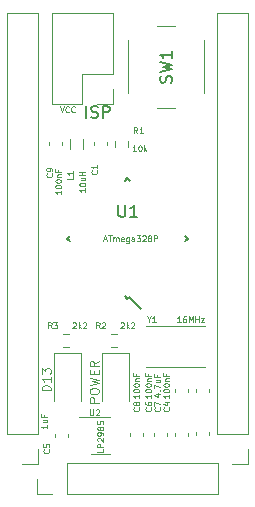
<source format=gbr>
%TF.GenerationSoftware,KiCad,Pcbnew,(6.0.7)*%
%TF.CreationDate,2023-06-10T06:11:36-04:00*%
%TF.ProjectId,atmega328pb_breakout,61746d65-6761-4333-9238-70625f627265,rev?*%
%TF.SameCoordinates,Original*%
%TF.FileFunction,Legend,Top*%
%TF.FilePolarity,Positive*%
%FSLAX46Y46*%
G04 Gerber Fmt 4.6, Leading zero omitted, Abs format (unit mm)*
G04 Created by KiCad (PCBNEW (6.0.7)) date 2023-06-10 06:11:36*
%MOMM*%
%LPD*%
G01*
G04 APERTURE LIST*
%ADD10C,0.075000*%
%ADD11C,0.150000*%
%ADD12C,0.100000*%
%ADD13C,0.120000*%
G04 APERTURE END LIST*
D10*
X104743333Y-52304190D02*
X104910000Y-52804190D01*
X105076666Y-52304190D01*
X105529047Y-52756571D02*
X105505238Y-52780380D01*
X105433809Y-52804190D01*
X105386190Y-52804190D01*
X105314761Y-52780380D01*
X105267142Y-52732761D01*
X105243333Y-52685142D01*
X105219523Y-52589904D01*
X105219523Y-52518476D01*
X105243333Y-52423238D01*
X105267142Y-52375619D01*
X105314761Y-52328000D01*
X105386190Y-52304190D01*
X105433809Y-52304190D01*
X105505238Y-52328000D01*
X105529047Y-52351809D01*
X106029047Y-52756571D02*
X106005238Y-52780380D01*
X105933809Y-52804190D01*
X105886190Y-52804190D01*
X105814761Y-52780380D01*
X105767142Y-52732761D01*
X105743333Y-52685142D01*
X105719523Y-52589904D01*
X105719523Y-52518476D01*
X105743333Y-52423238D01*
X105767142Y-52375619D01*
X105814761Y-52328000D01*
X105886190Y-52304190D01*
X105933809Y-52304190D01*
X106005238Y-52328000D01*
X106029047Y-52351809D01*
D11*
%TO.C,U1*%
X109728095Y-60666380D02*
X109728095Y-61475904D01*
X109775714Y-61571142D01*
X109823333Y-61618761D01*
X109918571Y-61666380D01*
X110109047Y-61666380D01*
X110204285Y-61618761D01*
X110251904Y-61571142D01*
X110299523Y-61475904D01*
X110299523Y-60666380D01*
X111299523Y-61666380D02*
X110728095Y-61666380D01*
X111013809Y-61666380D02*
X111013809Y-60666380D01*
X110918571Y-60809238D01*
X110823333Y-60904476D01*
X110728095Y-60952095D01*
D10*
X108470190Y-63583333D02*
X108708285Y-63583333D01*
X108422571Y-63726190D02*
X108589238Y-63226190D01*
X108755904Y-63726190D01*
X108851142Y-63226190D02*
X109136857Y-63226190D01*
X108994000Y-63726190D02*
X108994000Y-63226190D01*
X109303523Y-63726190D02*
X109303523Y-63392857D01*
X109303523Y-63440476D02*
X109327333Y-63416666D01*
X109374952Y-63392857D01*
X109446380Y-63392857D01*
X109494000Y-63416666D01*
X109517809Y-63464285D01*
X109517809Y-63726190D01*
X109517809Y-63464285D02*
X109541619Y-63416666D01*
X109589238Y-63392857D01*
X109660666Y-63392857D01*
X109708285Y-63416666D01*
X109732095Y-63464285D01*
X109732095Y-63726190D01*
X110160666Y-63702380D02*
X110113047Y-63726190D01*
X110017809Y-63726190D01*
X109970190Y-63702380D01*
X109946380Y-63654761D01*
X109946380Y-63464285D01*
X109970190Y-63416666D01*
X110017809Y-63392857D01*
X110113047Y-63392857D01*
X110160666Y-63416666D01*
X110184476Y-63464285D01*
X110184476Y-63511904D01*
X109946380Y-63559523D01*
X110613047Y-63392857D02*
X110613047Y-63797619D01*
X110589238Y-63845238D01*
X110565428Y-63869047D01*
X110517809Y-63892857D01*
X110446380Y-63892857D01*
X110398761Y-63869047D01*
X110613047Y-63702380D02*
X110565428Y-63726190D01*
X110470190Y-63726190D01*
X110422571Y-63702380D01*
X110398761Y-63678571D01*
X110374952Y-63630952D01*
X110374952Y-63488095D01*
X110398761Y-63440476D01*
X110422571Y-63416666D01*
X110470190Y-63392857D01*
X110565428Y-63392857D01*
X110613047Y-63416666D01*
X111065428Y-63726190D02*
X111065428Y-63464285D01*
X111041619Y-63416666D01*
X110994000Y-63392857D01*
X110898761Y-63392857D01*
X110851142Y-63416666D01*
X111065428Y-63702380D02*
X111017809Y-63726190D01*
X110898761Y-63726190D01*
X110851142Y-63702380D01*
X110827333Y-63654761D01*
X110827333Y-63607142D01*
X110851142Y-63559523D01*
X110898761Y-63535714D01*
X111017809Y-63535714D01*
X111065428Y-63511904D01*
X111255904Y-63226190D02*
X111565428Y-63226190D01*
X111398761Y-63416666D01*
X111470190Y-63416666D01*
X111517809Y-63440476D01*
X111541619Y-63464285D01*
X111565428Y-63511904D01*
X111565428Y-63630952D01*
X111541619Y-63678571D01*
X111517809Y-63702380D01*
X111470190Y-63726190D01*
X111327333Y-63726190D01*
X111279714Y-63702380D01*
X111255904Y-63678571D01*
X111755904Y-63273809D02*
X111779714Y-63250000D01*
X111827333Y-63226190D01*
X111946380Y-63226190D01*
X111994000Y-63250000D01*
X112017809Y-63273809D01*
X112041619Y-63321428D01*
X112041619Y-63369047D01*
X112017809Y-63440476D01*
X111732095Y-63726190D01*
X112041619Y-63726190D01*
X112327333Y-63440476D02*
X112279714Y-63416666D01*
X112255904Y-63392857D01*
X112232095Y-63345238D01*
X112232095Y-63321428D01*
X112255904Y-63273809D01*
X112279714Y-63250000D01*
X112327333Y-63226190D01*
X112422571Y-63226190D01*
X112470190Y-63250000D01*
X112494000Y-63273809D01*
X112517809Y-63321428D01*
X112517809Y-63345238D01*
X112494000Y-63392857D01*
X112470190Y-63416666D01*
X112422571Y-63440476D01*
X112327333Y-63440476D01*
X112279714Y-63464285D01*
X112255904Y-63488095D01*
X112232095Y-63535714D01*
X112232095Y-63630952D01*
X112255904Y-63678571D01*
X112279714Y-63702380D01*
X112327333Y-63726190D01*
X112422571Y-63726190D01*
X112470190Y-63702380D01*
X112494000Y-63678571D01*
X112517809Y-63630952D01*
X112517809Y-63535714D01*
X112494000Y-63488095D01*
X112470190Y-63464285D01*
X112422571Y-63440476D01*
X112732095Y-63726190D02*
X112732095Y-63226190D01*
X112922571Y-63226190D01*
X112970190Y-63250000D01*
X112994000Y-63273809D01*
X113017809Y-63321428D01*
X113017809Y-63392857D01*
X112994000Y-63440476D01*
X112970190Y-63464285D01*
X112922571Y-63488095D01*
X112732095Y-63488095D01*
%TO.C,Y1*%
X112283904Y-70346095D02*
X112283904Y-70584190D01*
X112117238Y-70084190D02*
X112283904Y-70346095D01*
X112450571Y-70084190D01*
X112879142Y-70584190D02*
X112593428Y-70584190D01*
X112736285Y-70584190D02*
X112736285Y-70084190D01*
X112688666Y-70155619D01*
X112641047Y-70203238D01*
X112593428Y-70227047D01*
X114978761Y-70584190D02*
X114693047Y-70584190D01*
X114835904Y-70584190D02*
X114835904Y-70084190D01*
X114788285Y-70155619D01*
X114740666Y-70203238D01*
X114693047Y-70227047D01*
X115407333Y-70084190D02*
X115312095Y-70084190D01*
X115264476Y-70108000D01*
X115240666Y-70131809D01*
X115193047Y-70203238D01*
X115169238Y-70298476D01*
X115169238Y-70488952D01*
X115193047Y-70536571D01*
X115216857Y-70560380D01*
X115264476Y-70584190D01*
X115359714Y-70584190D01*
X115407333Y-70560380D01*
X115431142Y-70536571D01*
X115454952Y-70488952D01*
X115454952Y-70369904D01*
X115431142Y-70322285D01*
X115407333Y-70298476D01*
X115359714Y-70274666D01*
X115264476Y-70274666D01*
X115216857Y-70298476D01*
X115193047Y-70322285D01*
X115169238Y-70369904D01*
X115669238Y-70584190D02*
X115669238Y-70084190D01*
X115835904Y-70441333D01*
X116002571Y-70084190D01*
X116002571Y-70584190D01*
X116240666Y-70584190D02*
X116240666Y-70084190D01*
X116240666Y-70322285D02*
X116526380Y-70322285D01*
X116526380Y-70584190D02*
X116526380Y-70084190D01*
X116716857Y-70250857D02*
X116978761Y-70250857D01*
X116716857Y-70584190D01*
X116978761Y-70584190D01*
%TO.C,U2*%
X107315047Y-77958190D02*
X107315047Y-78362952D01*
X107338857Y-78410571D01*
X107362666Y-78434380D01*
X107410285Y-78458190D01*
X107505523Y-78458190D01*
X107553142Y-78434380D01*
X107576952Y-78410571D01*
X107600761Y-78362952D01*
X107600761Y-77958190D01*
X107815047Y-78005809D02*
X107838857Y-77982000D01*
X107886476Y-77958190D01*
X108005523Y-77958190D01*
X108053142Y-77982000D01*
X108076952Y-78005809D01*
X108100761Y-78053428D01*
X108100761Y-78101047D01*
X108076952Y-78172476D01*
X107791238Y-78458190D01*
X108100761Y-78458190D01*
X108430190Y-81311619D02*
X108430190Y-81549714D01*
X107930190Y-81549714D01*
X108430190Y-81144952D02*
X107930190Y-81144952D01*
X107930190Y-80954476D01*
X107954000Y-80906857D01*
X107977809Y-80883047D01*
X108025428Y-80859238D01*
X108096857Y-80859238D01*
X108144476Y-80883047D01*
X108168285Y-80906857D01*
X108192095Y-80954476D01*
X108192095Y-81144952D01*
X107977809Y-80668761D02*
X107954000Y-80644952D01*
X107930190Y-80597333D01*
X107930190Y-80478285D01*
X107954000Y-80430666D01*
X107977809Y-80406857D01*
X108025428Y-80383047D01*
X108073047Y-80383047D01*
X108144476Y-80406857D01*
X108430190Y-80692571D01*
X108430190Y-80383047D01*
X108430190Y-80144952D02*
X108430190Y-80049714D01*
X108406380Y-80002095D01*
X108382571Y-79978285D01*
X108311142Y-79930666D01*
X108215904Y-79906857D01*
X108025428Y-79906857D01*
X107977809Y-79930666D01*
X107954000Y-79954476D01*
X107930190Y-80002095D01*
X107930190Y-80097333D01*
X107954000Y-80144952D01*
X107977809Y-80168761D01*
X108025428Y-80192571D01*
X108144476Y-80192571D01*
X108192095Y-80168761D01*
X108215904Y-80144952D01*
X108239714Y-80097333D01*
X108239714Y-80002095D01*
X108215904Y-79954476D01*
X108192095Y-79930666D01*
X108144476Y-79906857D01*
X108144476Y-79621142D02*
X108120666Y-79668761D01*
X108096857Y-79692571D01*
X108049238Y-79716380D01*
X108025428Y-79716380D01*
X107977809Y-79692571D01*
X107954000Y-79668761D01*
X107930190Y-79621142D01*
X107930190Y-79525904D01*
X107954000Y-79478285D01*
X107977809Y-79454476D01*
X108025428Y-79430666D01*
X108049238Y-79430666D01*
X108096857Y-79454476D01*
X108120666Y-79478285D01*
X108144476Y-79525904D01*
X108144476Y-79621142D01*
X108168285Y-79668761D01*
X108192095Y-79692571D01*
X108239714Y-79716380D01*
X108334952Y-79716380D01*
X108382571Y-79692571D01*
X108406380Y-79668761D01*
X108430190Y-79621142D01*
X108430190Y-79525904D01*
X108406380Y-79478285D01*
X108382571Y-79454476D01*
X108334952Y-79430666D01*
X108239714Y-79430666D01*
X108192095Y-79454476D01*
X108168285Y-79478285D01*
X108144476Y-79525904D01*
X107930190Y-78978285D02*
X107930190Y-79216380D01*
X108168285Y-79240190D01*
X108144476Y-79216380D01*
X108120666Y-79168761D01*
X108120666Y-79049714D01*
X108144476Y-79002095D01*
X108168285Y-78978285D01*
X108215904Y-78954476D01*
X108334952Y-78954476D01*
X108382571Y-78978285D01*
X108406380Y-79002095D01*
X108430190Y-79049714D01*
X108430190Y-79168761D01*
X108406380Y-79216380D01*
X108382571Y-79240190D01*
D11*
%TO.C,SW1*%
X114196761Y-50303333D02*
X114244380Y-50160476D01*
X114244380Y-49922380D01*
X114196761Y-49827142D01*
X114149142Y-49779523D01*
X114053904Y-49731904D01*
X113958666Y-49731904D01*
X113863428Y-49779523D01*
X113815809Y-49827142D01*
X113768190Y-49922380D01*
X113720571Y-50112857D01*
X113672952Y-50208095D01*
X113625333Y-50255714D01*
X113530095Y-50303333D01*
X113434857Y-50303333D01*
X113339619Y-50255714D01*
X113292000Y-50208095D01*
X113244380Y-50112857D01*
X113244380Y-49874761D01*
X113292000Y-49731904D01*
X113244380Y-49398571D02*
X114244380Y-49160476D01*
X113530095Y-48970000D01*
X114244380Y-48779523D01*
X113244380Y-48541428D01*
X114244380Y-47636666D02*
X114244380Y-48208095D01*
X114244380Y-47922380D02*
X113244380Y-47922380D01*
X113387238Y-48017619D01*
X113482476Y-48112857D01*
X113530095Y-48208095D01*
D10*
%TO.C,R3*%
X104056666Y-71092190D02*
X103890000Y-70854095D01*
X103770952Y-71092190D02*
X103770952Y-70592190D01*
X103961428Y-70592190D01*
X104009047Y-70616000D01*
X104032857Y-70639809D01*
X104056666Y-70687428D01*
X104056666Y-70758857D01*
X104032857Y-70806476D01*
X104009047Y-70830285D01*
X103961428Y-70854095D01*
X103770952Y-70854095D01*
X104223333Y-70592190D02*
X104532857Y-70592190D01*
X104366190Y-70782666D01*
X104437619Y-70782666D01*
X104485238Y-70806476D01*
X104509047Y-70830285D01*
X104532857Y-70877904D01*
X104532857Y-70996952D01*
X104509047Y-71044571D01*
X104485238Y-71068380D01*
X104437619Y-71092190D01*
X104294761Y-71092190D01*
X104247142Y-71068380D01*
X104223333Y-71044571D01*
X105842666Y-70639809D02*
X105866476Y-70616000D01*
X105914095Y-70592190D01*
X106033142Y-70592190D01*
X106080761Y-70616000D01*
X106104571Y-70639809D01*
X106128380Y-70687428D01*
X106128380Y-70735047D01*
X106104571Y-70806476D01*
X105818857Y-71092190D01*
X106128380Y-71092190D01*
X106342666Y-71092190D02*
X106342666Y-70592190D01*
X106390285Y-70901714D02*
X106533142Y-71092190D01*
X106533142Y-70758857D02*
X106342666Y-70949333D01*
X106723619Y-70639809D02*
X106747428Y-70616000D01*
X106795047Y-70592190D01*
X106914095Y-70592190D01*
X106961714Y-70616000D01*
X106985523Y-70639809D01*
X107009333Y-70687428D01*
X107009333Y-70735047D01*
X106985523Y-70806476D01*
X106699809Y-71092190D01*
X107009333Y-71092190D01*
%TO.C,R2*%
X108120666Y-71092190D02*
X107954000Y-70854095D01*
X107834952Y-71092190D02*
X107834952Y-70592190D01*
X108025428Y-70592190D01*
X108073047Y-70616000D01*
X108096857Y-70639809D01*
X108120666Y-70687428D01*
X108120666Y-70758857D01*
X108096857Y-70806476D01*
X108073047Y-70830285D01*
X108025428Y-70854095D01*
X107834952Y-70854095D01*
X108311142Y-70639809D02*
X108334952Y-70616000D01*
X108382571Y-70592190D01*
X108501619Y-70592190D01*
X108549238Y-70616000D01*
X108573047Y-70639809D01*
X108596857Y-70687428D01*
X108596857Y-70735047D01*
X108573047Y-70806476D01*
X108287333Y-71092190D01*
X108596857Y-71092190D01*
X109906666Y-70639809D02*
X109930476Y-70616000D01*
X109978095Y-70592190D01*
X110097142Y-70592190D01*
X110144761Y-70616000D01*
X110168571Y-70639809D01*
X110192380Y-70687428D01*
X110192380Y-70735047D01*
X110168571Y-70806476D01*
X109882857Y-71092190D01*
X110192380Y-71092190D01*
X110406666Y-71092190D02*
X110406666Y-70592190D01*
X110454285Y-70901714D02*
X110597142Y-71092190D01*
X110597142Y-70758857D02*
X110406666Y-70949333D01*
X110787619Y-70639809D02*
X110811428Y-70616000D01*
X110859047Y-70592190D01*
X110978095Y-70592190D01*
X111025714Y-70616000D01*
X111049523Y-70639809D01*
X111073333Y-70687428D01*
X111073333Y-70735047D01*
X111049523Y-70806476D01*
X110763809Y-71092190D01*
X111073333Y-71092190D01*
%TO.C,R1*%
X111328666Y-54582190D02*
X111162000Y-54344095D01*
X111042952Y-54582190D02*
X111042952Y-54082190D01*
X111233428Y-54082190D01*
X111281047Y-54106000D01*
X111304857Y-54129809D01*
X111328666Y-54177428D01*
X111328666Y-54248857D01*
X111304857Y-54296476D01*
X111281047Y-54320285D01*
X111233428Y-54344095D01*
X111042952Y-54344095D01*
X111804857Y-54582190D02*
X111519142Y-54582190D01*
X111662000Y-54582190D02*
X111662000Y-54082190D01*
X111614380Y-54153619D01*
X111566761Y-54201238D01*
X111519142Y-54225047D01*
X111208380Y-56106190D02*
X110922666Y-56106190D01*
X111065523Y-56106190D02*
X111065523Y-55606190D01*
X111017904Y-55677619D01*
X110970285Y-55725238D01*
X110922666Y-55749047D01*
X111517904Y-55606190D02*
X111565523Y-55606190D01*
X111613142Y-55630000D01*
X111636952Y-55653809D01*
X111660761Y-55701428D01*
X111684571Y-55796666D01*
X111684571Y-55915714D01*
X111660761Y-56010952D01*
X111636952Y-56058571D01*
X111613142Y-56082380D01*
X111565523Y-56106190D01*
X111517904Y-56106190D01*
X111470285Y-56082380D01*
X111446476Y-56058571D01*
X111422666Y-56010952D01*
X111398857Y-55915714D01*
X111398857Y-55796666D01*
X111422666Y-55701428D01*
X111446476Y-55653809D01*
X111470285Y-55630000D01*
X111517904Y-55606190D01*
X111898857Y-56106190D02*
X111898857Y-55606190D01*
X111946476Y-55915714D02*
X112089333Y-56106190D01*
X112089333Y-55772857D02*
X111898857Y-55963333D01*
%TO.C,L1*%
X105890190Y-58249333D02*
X105890190Y-58487428D01*
X105390190Y-58487428D01*
X105890190Y-57820761D02*
X105890190Y-58106476D01*
X105890190Y-57963619D02*
X105390190Y-57963619D01*
X105461619Y-58011238D01*
X105509238Y-58058857D01*
X105533047Y-58106476D01*
X106906190Y-59257333D02*
X106906190Y-59543047D01*
X106906190Y-59400190D02*
X106406190Y-59400190D01*
X106477619Y-59447809D01*
X106525238Y-59495428D01*
X106549047Y-59543047D01*
X106406190Y-58947809D02*
X106406190Y-58900190D01*
X106430000Y-58852571D01*
X106453809Y-58828761D01*
X106501428Y-58804952D01*
X106596666Y-58781142D01*
X106715714Y-58781142D01*
X106810952Y-58804952D01*
X106858571Y-58828761D01*
X106882380Y-58852571D01*
X106906190Y-58900190D01*
X106906190Y-58947809D01*
X106882380Y-58995428D01*
X106858571Y-59019238D01*
X106810952Y-59043047D01*
X106715714Y-59066857D01*
X106596666Y-59066857D01*
X106501428Y-59043047D01*
X106453809Y-59019238D01*
X106430000Y-58995428D01*
X106406190Y-58947809D01*
X106572857Y-58352571D02*
X106906190Y-58352571D01*
X106572857Y-58566857D02*
X106834761Y-58566857D01*
X106882380Y-58543047D01*
X106906190Y-58495428D01*
X106906190Y-58424000D01*
X106882380Y-58376380D01*
X106858571Y-58352571D01*
X106906190Y-58114476D02*
X106406190Y-58114476D01*
X106644285Y-58114476D02*
X106644285Y-57828761D01*
X106906190Y-57828761D02*
X106406190Y-57828761D01*
D11*
%TO.C,ISP*%
X106973809Y-53284380D02*
X106973809Y-52284380D01*
X107402380Y-53236761D02*
X107545238Y-53284380D01*
X107783333Y-53284380D01*
X107878571Y-53236761D01*
X107926190Y-53189142D01*
X107973809Y-53093904D01*
X107973809Y-52998666D01*
X107926190Y-52903428D01*
X107878571Y-52855809D01*
X107783333Y-52808190D01*
X107592857Y-52760571D01*
X107497619Y-52712952D01*
X107450000Y-52665333D01*
X107402380Y-52570095D01*
X107402380Y-52474857D01*
X107450000Y-52379619D01*
X107497619Y-52332000D01*
X107592857Y-52284380D01*
X107830952Y-52284380D01*
X107973809Y-52332000D01*
X108402380Y-53284380D02*
X108402380Y-52284380D01*
X108783333Y-52284380D01*
X108878571Y-52332000D01*
X108926190Y-52379619D01*
X108973809Y-52474857D01*
X108973809Y-52617714D01*
X108926190Y-52712952D01*
X108878571Y-52760571D01*
X108783333Y-52808190D01*
X108402380Y-52808190D01*
D12*
%TO.C,D13*%
X103971285Y-76348714D02*
X103221285Y-76348714D01*
X103221285Y-76170142D01*
X103257000Y-76063000D01*
X103328428Y-75991571D01*
X103399857Y-75955857D01*
X103542714Y-75920142D01*
X103649857Y-75920142D01*
X103792714Y-75955857D01*
X103864142Y-75991571D01*
X103935571Y-76063000D01*
X103971285Y-76170142D01*
X103971285Y-76348714D01*
X103971285Y-75205857D02*
X103971285Y-75634428D01*
X103971285Y-75420142D02*
X103221285Y-75420142D01*
X103328428Y-75491571D01*
X103399857Y-75563000D01*
X103435571Y-75634428D01*
X103221285Y-74955857D02*
X103221285Y-74491571D01*
X103507000Y-74741571D01*
X103507000Y-74634428D01*
X103542714Y-74563000D01*
X103578428Y-74527285D01*
X103649857Y-74491571D01*
X103828428Y-74491571D01*
X103899857Y-74527285D01*
X103935571Y-74563000D01*
X103971285Y-74634428D01*
X103971285Y-74848714D01*
X103935571Y-74920142D01*
X103899857Y-74955857D01*
%TO.C,POWER*%
X108035285Y-77387642D02*
X107285285Y-77387642D01*
X107285285Y-77101928D01*
X107321000Y-77030500D01*
X107356714Y-76994785D01*
X107428142Y-76959071D01*
X107535285Y-76959071D01*
X107606714Y-76994785D01*
X107642428Y-77030500D01*
X107678142Y-77101928D01*
X107678142Y-77387642D01*
X107285285Y-76494785D02*
X107285285Y-76351928D01*
X107321000Y-76280500D01*
X107392428Y-76209071D01*
X107535285Y-76173357D01*
X107785285Y-76173357D01*
X107928142Y-76209071D01*
X107999571Y-76280500D01*
X108035285Y-76351928D01*
X108035285Y-76494785D01*
X107999571Y-76566214D01*
X107928142Y-76637642D01*
X107785285Y-76673357D01*
X107535285Y-76673357D01*
X107392428Y-76637642D01*
X107321000Y-76566214D01*
X107285285Y-76494785D01*
X107285285Y-75923357D02*
X108035285Y-75744785D01*
X107499571Y-75601928D01*
X108035285Y-75459071D01*
X107285285Y-75280500D01*
X107642428Y-74994785D02*
X107642428Y-74744785D01*
X108035285Y-74637642D02*
X108035285Y-74994785D01*
X107285285Y-74994785D01*
X107285285Y-74637642D01*
X108035285Y-73887642D02*
X107678142Y-74137642D01*
X108035285Y-74316214D02*
X107285285Y-74316214D01*
X107285285Y-74030500D01*
X107321000Y-73959071D01*
X107356714Y-73923357D01*
X107428142Y-73887642D01*
X107535285Y-73887642D01*
X107606714Y-73923357D01*
X107642428Y-73959071D01*
X107678142Y-74030500D01*
X107678142Y-74316214D01*
D10*
%TO.C,C9*%
X104064571Y-57995333D02*
X104088380Y-58019142D01*
X104112190Y-58090571D01*
X104112190Y-58138190D01*
X104088380Y-58209619D01*
X104040761Y-58257238D01*
X103993142Y-58281047D01*
X103897904Y-58304857D01*
X103826476Y-58304857D01*
X103731238Y-58281047D01*
X103683619Y-58257238D01*
X103636000Y-58209619D01*
X103612190Y-58138190D01*
X103612190Y-58090571D01*
X103636000Y-58019142D01*
X103659809Y-57995333D01*
X104112190Y-57757238D02*
X104112190Y-57662000D01*
X104088380Y-57614380D01*
X104064571Y-57590571D01*
X103993142Y-57542952D01*
X103897904Y-57519142D01*
X103707428Y-57519142D01*
X103659809Y-57542952D01*
X103636000Y-57566761D01*
X103612190Y-57614380D01*
X103612190Y-57709619D01*
X103636000Y-57757238D01*
X103659809Y-57781047D01*
X103707428Y-57804857D01*
X103826476Y-57804857D01*
X103874095Y-57781047D01*
X103897904Y-57757238D01*
X103921714Y-57709619D01*
X103921714Y-57614380D01*
X103897904Y-57566761D01*
X103874095Y-57542952D01*
X103826476Y-57519142D01*
X104874190Y-59447809D02*
X104874190Y-59733523D01*
X104874190Y-59590666D02*
X104374190Y-59590666D01*
X104445619Y-59638285D01*
X104493238Y-59685904D01*
X104517047Y-59733523D01*
X104374190Y-59138285D02*
X104374190Y-59090666D01*
X104398000Y-59043047D01*
X104421809Y-59019238D01*
X104469428Y-58995428D01*
X104564666Y-58971619D01*
X104683714Y-58971619D01*
X104778952Y-58995428D01*
X104826571Y-59019238D01*
X104850380Y-59043047D01*
X104874190Y-59090666D01*
X104874190Y-59138285D01*
X104850380Y-59185904D01*
X104826571Y-59209714D01*
X104778952Y-59233523D01*
X104683714Y-59257333D01*
X104564666Y-59257333D01*
X104469428Y-59233523D01*
X104421809Y-59209714D01*
X104398000Y-59185904D01*
X104374190Y-59138285D01*
X104374190Y-58662095D02*
X104374190Y-58614476D01*
X104398000Y-58566857D01*
X104421809Y-58543047D01*
X104469428Y-58519238D01*
X104564666Y-58495428D01*
X104683714Y-58495428D01*
X104778952Y-58519238D01*
X104826571Y-58543047D01*
X104850380Y-58566857D01*
X104874190Y-58614476D01*
X104874190Y-58662095D01*
X104850380Y-58709714D01*
X104826571Y-58733523D01*
X104778952Y-58757333D01*
X104683714Y-58781142D01*
X104564666Y-58781142D01*
X104469428Y-58757333D01*
X104421809Y-58733523D01*
X104398000Y-58709714D01*
X104374190Y-58662095D01*
X104540857Y-58281142D02*
X104874190Y-58281142D01*
X104588476Y-58281142D02*
X104564666Y-58257333D01*
X104540857Y-58209714D01*
X104540857Y-58138285D01*
X104564666Y-58090666D01*
X104612285Y-58066857D01*
X104874190Y-58066857D01*
X104612285Y-57662095D02*
X104612285Y-57828761D01*
X104874190Y-57828761D02*
X104374190Y-57828761D01*
X104374190Y-57590666D01*
%TO.C,C8*%
X111430571Y-77807333D02*
X111454380Y-77831142D01*
X111478190Y-77902571D01*
X111478190Y-77950190D01*
X111454380Y-78021619D01*
X111406761Y-78069238D01*
X111359142Y-78093047D01*
X111263904Y-78116857D01*
X111192476Y-78116857D01*
X111097238Y-78093047D01*
X111049619Y-78069238D01*
X111002000Y-78021619D01*
X110978190Y-77950190D01*
X110978190Y-77902571D01*
X111002000Y-77831142D01*
X111025809Y-77807333D01*
X111192476Y-77521619D02*
X111168666Y-77569238D01*
X111144857Y-77593047D01*
X111097238Y-77616857D01*
X111073428Y-77616857D01*
X111025809Y-77593047D01*
X111002000Y-77569238D01*
X110978190Y-77521619D01*
X110978190Y-77426380D01*
X111002000Y-77378761D01*
X111025809Y-77354952D01*
X111073428Y-77331142D01*
X111097238Y-77331142D01*
X111144857Y-77354952D01*
X111168666Y-77378761D01*
X111192476Y-77426380D01*
X111192476Y-77521619D01*
X111216285Y-77569238D01*
X111240095Y-77593047D01*
X111287714Y-77616857D01*
X111382952Y-77616857D01*
X111430571Y-77593047D01*
X111454380Y-77569238D01*
X111478190Y-77521619D01*
X111478190Y-77426380D01*
X111454380Y-77378761D01*
X111430571Y-77354952D01*
X111382952Y-77331142D01*
X111287714Y-77331142D01*
X111240095Y-77354952D01*
X111216285Y-77378761D01*
X111192476Y-77426380D01*
X112494190Y-76719809D02*
X112494190Y-77005523D01*
X112494190Y-76862666D02*
X111994190Y-76862666D01*
X112065619Y-76910285D01*
X112113238Y-76957904D01*
X112137047Y-77005523D01*
X111994190Y-76410285D02*
X111994190Y-76362666D01*
X112018000Y-76315047D01*
X112041809Y-76291238D01*
X112089428Y-76267428D01*
X112184666Y-76243619D01*
X112303714Y-76243619D01*
X112398952Y-76267428D01*
X112446571Y-76291238D01*
X112470380Y-76315047D01*
X112494190Y-76362666D01*
X112494190Y-76410285D01*
X112470380Y-76457904D01*
X112446571Y-76481714D01*
X112398952Y-76505523D01*
X112303714Y-76529333D01*
X112184666Y-76529333D01*
X112089428Y-76505523D01*
X112041809Y-76481714D01*
X112018000Y-76457904D01*
X111994190Y-76410285D01*
X111994190Y-75934095D02*
X111994190Y-75886476D01*
X112018000Y-75838857D01*
X112041809Y-75815047D01*
X112089428Y-75791238D01*
X112184666Y-75767428D01*
X112303714Y-75767428D01*
X112398952Y-75791238D01*
X112446571Y-75815047D01*
X112470380Y-75838857D01*
X112494190Y-75886476D01*
X112494190Y-75934095D01*
X112470380Y-75981714D01*
X112446571Y-76005523D01*
X112398952Y-76029333D01*
X112303714Y-76053142D01*
X112184666Y-76053142D01*
X112089428Y-76029333D01*
X112041809Y-76005523D01*
X112018000Y-75981714D01*
X111994190Y-75934095D01*
X112160857Y-75553142D02*
X112494190Y-75553142D01*
X112208476Y-75553142D02*
X112184666Y-75529333D01*
X112160857Y-75481714D01*
X112160857Y-75410285D01*
X112184666Y-75362666D01*
X112232285Y-75338857D01*
X112494190Y-75338857D01*
X112232285Y-74934095D02*
X112232285Y-75100761D01*
X112494190Y-75100761D02*
X111994190Y-75100761D01*
X111994190Y-74862666D01*
%TO.C,C7*%
X113208571Y-77807333D02*
X113232380Y-77831142D01*
X113256190Y-77902571D01*
X113256190Y-77950190D01*
X113232380Y-78021619D01*
X113184761Y-78069238D01*
X113137142Y-78093047D01*
X113041904Y-78116857D01*
X112970476Y-78116857D01*
X112875238Y-78093047D01*
X112827619Y-78069238D01*
X112780000Y-78021619D01*
X112756190Y-77950190D01*
X112756190Y-77902571D01*
X112780000Y-77831142D01*
X112803809Y-77807333D01*
X112756190Y-77640666D02*
X112756190Y-77307333D01*
X113256190Y-77521619D01*
X112922857Y-76648380D02*
X113256190Y-76648380D01*
X112732380Y-76767428D02*
X113089523Y-76886476D01*
X113089523Y-76576952D01*
X113208571Y-76386476D02*
X113232380Y-76362666D01*
X113256190Y-76386476D01*
X113232380Y-76410285D01*
X113208571Y-76386476D01*
X113256190Y-76386476D01*
X112756190Y-76196000D02*
X112756190Y-75862666D01*
X113256190Y-76076952D01*
X112922857Y-75457904D02*
X113256190Y-75457904D01*
X112922857Y-75672190D02*
X113184761Y-75672190D01*
X113232380Y-75648380D01*
X113256190Y-75600761D01*
X113256190Y-75529333D01*
X113232380Y-75481714D01*
X113208571Y-75457904D01*
X112994285Y-75053142D02*
X112994285Y-75219809D01*
X113256190Y-75219809D02*
X112756190Y-75219809D01*
X112756190Y-74981714D01*
%TO.C,C6*%
X112446571Y-77807333D02*
X112470380Y-77831142D01*
X112494190Y-77902571D01*
X112494190Y-77950190D01*
X112470380Y-78021619D01*
X112422761Y-78069238D01*
X112375142Y-78093047D01*
X112279904Y-78116857D01*
X112208476Y-78116857D01*
X112113238Y-78093047D01*
X112065619Y-78069238D01*
X112018000Y-78021619D01*
X111994190Y-77950190D01*
X111994190Y-77902571D01*
X112018000Y-77831142D01*
X112041809Y-77807333D01*
X111994190Y-77378761D02*
X111994190Y-77474000D01*
X112018000Y-77521619D01*
X112041809Y-77545428D01*
X112113238Y-77593047D01*
X112208476Y-77616857D01*
X112398952Y-77616857D01*
X112446571Y-77593047D01*
X112470380Y-77569238D01*
X112494190Y-77521619D01*
X112494190Y-77426380D01*
X112470380Y-77378761D01*
X112446571Y-77354952D01*
X112398952Y-77331142D01*
X112279904Y-77331142D01*
X112232285Y-77354952D01*
X112208476Y-77378761D01*
X112184666Y-77426380D01*
X112184666Y-77521619D01*
X112208476Y-77569238D01*
X112232285Y-77593047D01*
X112279904Y-77616857D01*
X111478190Y-76719809D02*
X111478190Y-77005523D01*
X111478190Y-76862666D02*
X110978190Y-76862666D01*
X111049619Y-76910285D01*
X111097238Y-76957904D01*
X111121047Y-77005523D01*
X110978190Y-76410285D02*
X110978190Y-76362666D01*
X111002000Y-76315047D01*
X111025809Y-76291238D01*
X111073428Y-76267428D01*
X111168666Y-76243619D01*
X111287714Y-76243619D01*
X111382952Y-76267428D01*
X111430571Y-76291238D01*
X111454380Y-76315047D01*
X111478190Y-76362666D01*
X111478190Y-76410285D01*
X111454380Y-76457904D01*
X111430571Y-76481714D01*
X111382952Y-76505523D01*
X111287714Y-76529333D01*
X111168666Y-76529333D01*
X111073428Y-76505523D01*
X111025809Y-76481714D01*
X111002000Y-76457904D01*
X110978190Y-76410285D01*
X110978190Y-75934095D02*
X110978190Y-75886476D01*
X111002000Y-75838857D01*
X111025809Y-75815047D01*
X111073428Y-75791238D01*
X111168666Y-75767428D01*
X111287714Y-75767428D01*
X111382952Y-75791238D01*
X111430571Y-75815047D01*
X111454380Y-75838857D01*
X111478190Y-75886476D01*
X111478190Y-75934095D01*
X111454380Y-75981714D01*
X111430571Y-76005523D01*
X111382952Y-76029333D01*
X111287714Y-76053142D01*
X111168666Y-76053142D01*
X111073428Y-76029333D01*
X111025809Y-76005523D01*
X111002000Y-75981714D01*
X110978190Y-75934095D01*
X111144857Y-75553142D02*
X111478190Y-75553142D01*
X111192476Y-75553142D02*
X111168666Y-75529333D01*
X111144857Y-75481714D01*
X111144857Y-75410285D01*
X111168666Y-75362666D01*
X111216285Y-75338857D01*
X111478190Y-75338857D01*
X111216285Y-74934095D02*
X111216285Y-75100761D01*
X111478190Y-75100761D02*
X110978190Y-75100761D01*
X110978190Y-74862666D01*
%TO.C,C5*%
X103810571Y-81363333D02*
X103834380Y-81387142D01*
X103858190Y-81458571D01*
X103858190Y-81506190D01*
X103834380Y-81577619D01*
X103786761Y-81625238D01*
X103739142Y-81649047D01*
X103643904Y-81672857D01*
X103572476Y-81672857D01*
X103477238Y-81649047D01*
X103429619Y-81625238D01*
X103382000Y-81577619D01*
X103358190Y-81506190D01*
X103358190Y-81458571D01*
X103382000Y-81387142D01*
X103405809Y-81363333D01*
X103358190Y-80910952D02*
X103358190Y-81149047D01*
X103596285Y-81172857D01*
X103572476Y-81149047D01*
X103548666Y-81101428D01*
X103548666Y-80982380D01*
X103572476Y-80934761D01*
X103596285Y-80910952D01*
X103643904Y-80887142D01*
X103762952Y-80887142D01*
X103810571Y-80910952D01*
X103834380Y-80934761D01*
X103858190Y-80982380D01*
X103858190Y-81101428D01*
X103834380Y-81149047D01*
X103810571Y-81172857D01*
X103698190Y-79291619D02*
X103698190Y-79577333D01*
X103698190Y-79434476D02*
X103198190Y-79434476D01*
X103269619Y-79482095D01*
X103317238Y-79529714D01*
X103341047Y-79577333D01*
X103364857Y-78863047D02*
X103698190Y-78863047D01*
X103364857Y-79077333D02*
X103626761Y-79077333D01*
X103674380Y-79053523D01*
X103698190Y-79005904D01*
X103698190Y-78934476D01*
X103674380Y-78886857D01*
X103650571Y-78863047D01*
X103436285Y-78458285D02*
X103436285Y-78624952D01*
X103698190Y-78624952D02*
X103198190Y-78624952D01*
X103198190Y-78386857D01*
%TO.C,C4*%
X113970571Y-77807333D02*
X113994380Y-77831142D01*
X114018190Y-77902571D01*
X114018190Y-77950190D01*
X113994380Y-78021619D01*
X113946761Y-78069238D01*
X113899142Y-78093047D01*
X113803904Y-78116857D01*
X113732476Y-78116857D01*
X113637238Y-78093047D01*
X113589619Y-78069238D01*
X113542000Y-78021619D01*
X113518190Y-77950190D01*
X113518190Y-77902571D01*
X113542000Y-77831142D01*
X113565809Y-77807333D01*
X113684857Y-77378761D02*
X114018190Y-77378761D01*
X113494380Y-77497809D02*
X113851523Y-77616857D01*
X113851523Y-77307333D01*
X114018190Y-76719809D02*
X114018190Y-77005523D01*
X114018190Y-76862666D02*
X113518190Y-76862666D01*
X113589619Y-76910285D01*
X113637238Y-76957904D01*
X113661047Y-77005523D01*
X113518190Y-76410285D02*
X113518190Y-76362666D01*
X113542000Y-76315047D01*
X113565809Y-76291238D01*
X113613428Y-76267428D01*
X113708666Y-76243619D01*
X113827714Y-76243619D01*
X113922952Y-76267428D01*
X113970571Y-76291238D01*
X113994380Y-76315047D01*
X114018190Y-76362666D01*
X114018190Y-76410285D01*
X113994380Y-76457904D01*
X113970571Y-76481714D01*
X113922952Y-76505523D01*
X113827714Y-76529333D01*
X113708666Y-76529333D01*
X113613428Y-76505523D01*
X113565809Y-76481714D01*
X113542000Y-76457904D01*
X113518190Y-76410285D01*
X113518190Y-75934095D02*
X113518190Y-75886476D01*
X113542000Y-75838857D01*
X113565809Y-75815047D01*
X113613428Y-75791238D01*
X113708666Y-75767428D01*
X113827714Y-75767428D01*
X113922952Y-75791238D01*
X113970571Y-75815047D01*
X113994380Y-75838857D01*
X114018190Y-75886476D01*
X114018190Y-75934095D01*
X113994380Y-75981714D01*
X113970571Y-76005523D01*
X113922952Y-76029333D01*
X113827714Y-76053142D01*
X113708666Y-76053142D01*
X113613428Y-76029333D01*
X113565809Y-76005523D01*
X113542000Y-75981714D01*
X113518190Y-75934095D01*
X113684857Y-75553142D02*
X114018190Y-75553142D01*
X113732476Y-75553142D02*
X113708666Y-75529333D01*
X113684857Y-75481714D01*
X113684857Y-75410285D01*
X113708666Y-75362666D01*
X113756285Y-75338857D01*
X114018190Y-75338857D01*
X113756285Y-74934095D02*
X113756285Y-75100761D01*
X114018190Y-75100761D02*
X113518190Y-75100761D01*
X113518190Y-74862666D01*
%TO.C,C1*%
X107874571Y-57741333D02*
X107898380Y-57765142D01*
X107922190Y-57836571D01*
X107922190Y-57884190D01*
X107898380Y-57955619D01*
X107850761Y-58003238D01*
X107803142Y-58027047D01*
X107707904Y-58050857D01*
X107636476Y-58050857D01*
X107541238Y-58027047D01*
X107493619Y-58003238D01*
X107446000Y-57955619D01*
X107422190Y-57884190D01*
X107422190Y-57836571D01*
X107446000Y-57765142D01*
X107469809Y-57741333D01*
X107922190Y-57265142D02*
X107922190Y-57550857D01*
X107922190Y-57408000D02*
X107422190Y-57408000D01*
X107493619Y-57455619D01*
X107541238Y-57503238D01*
X107565047Y-57550857D01*
D11*
%TO.C,U1*%
X115616524Y-63500000D02*
X115386714Y-63270190D01*
X110490000Y-68626524D02*
X110649099Y-68467425D01*
X110490000Y-68626524D02*
X110260190Y-68396714D01*
X105363476Y-63500000D02*
X105593286Y-63729810D01*
X105363476Y-63500000D02*
X105593286Y-63270190D01*
X110490000Y-58373476D02*
X110260190Y-58603286D01*
X110490000Y-58373476D02*
X110719810Y-58603286D01*
X115616524Y-63500000D02*
X115386714Y-63729810D01*
X110649099Y-68467425D02*
X111656726Y-69475052D01*
D13*
%TO.C,Y1*%
X112054000Y-74354000D02*
X117054000Y-74354000D01*
X112054000Y-70934000D02*
X117054000Y-70934000D01*
%TO.C,U2*%
X108204000Y-81758000D02*
X107404000Y-81758000D01*
X108204000Y-78638000D02*
X106404000Y-78638000D01*
X108204000Y-78638000D02*
X109004000Y-78638000D01*
X108204000Y-81758000D02*
X109004000Y-81758000D01*
%TO.C,SW1*%
X114506000Y-45470000D02*
X113006000Y-45470000D01*
X110506000Y-46720000D02*
X110506000Y-51220000D01*
X113006000Y-52470000D02*
X114506000Y-52470000D01*
X117006000Y-51220000D02*
X117006000Y-46720000D01*
%TO.C,R3*%
X105051776Y-71613500D02*
X105561224Y-71613500D01*
X105051776Y-72658500D02*
X105561224Y-72658500D01*
%TO.C,R2*%
X109625224Y-72658500D02*
X109115776Y-72658500D01*
X109625224Y-71613500D02*
X109115776Y-71613500D01*
%TO.C,R1*%
X110504500Y-55267776D02*
X110504500Y-55777224D01*
X109459500Y-55267776D02*
X109459500Y-55777224D01*
%TO.C,L1*%
X106732000Y-55095758D02*
X106732000Y-55916242D01*
X105612000Y-55095758D02*
X105612000Y-55916242D01*
%TO.C,J4*%
X105410000Y-85150000D02*
X118170000Y-85150000D01*
X104140000Y-85150000D02*
X102810000Y-85150000D01*
X102810000Y-85150000D02*
X102810000Y-83820000D01*
X105410000Y-85150000D02*
X105410000Y-82490000D01*
X118170000Y-85150000D02*
X118170000Y-82490000D01*
X105410000Y-82490000D02*
X118170000Y-82490000D01*
%TO.C,J3*%
X120710000Y-44390000D02*
X118050000Y-44390000D01*
X120710000Y-81280000D02*
X120710000Y-82610000D01*
X120710000Y-80010000D02*
X120710000Y-44390000D01*
X120710000Y-82610000D02*
X119380000Y-82610000D01*
X118050000Y-80010000D02*
X118050000Y-44390000D01*
X120710000Y-80010000D02*
X118050000Y-80010000D01*
%TO.C,J2*%
X102930000Y-80010000D02*
X100270000Y-80010000D01*
X100270000Y-80010000D02*
X100270000Y-44390000D01*
X102930000Y-82610000D02*
X101600000Y-82610000D01*
X102930000Y-80010000D02*
X102930000Y-44390000D01*
X102930000Y-81280000D02*
X102930000Y-82610000D01*
X102930000Y-44390000D02*
X100270000Y-44390000D01*
%TO.C,ISP*%
X106680000Y-49530000D02*
X106680000Y-52130000D01*
X109280000Y-44390000D02*
X104080000Y-44390000D01*
X104080000Y-52130000D02*
X104080000Y-44390000D01*
X109280000Y-52130000D02*
X107950000Y-52130000D01*
X109280000Y-49530000D02*
X109280000Y-44390000D01*
X109280000Y-49530000D02*
X106680000Y-49530000D01*
X109280000Y-50800000D02*
X109280000Y-52130000D01*
X106680000Y-52130000D02*
X104080000Y-52130000D01*
%TO.C,D13*%
X104275000Y-73195500D02*
X104275000Y-77255500D01*
X106545000Y-73195500D02*
X104275000Y-73195500D01*
X106545000Y-77255500D02*
X106545000Y-73195500D01*
%TO.C,POWER*%
X108339000Y-73195500D02*
X108339000Y-77255500D01*
X110609000Y-73195500D02*
X108339000Y-73195500D01*
X110609000Y-77255500D02*
X110609000Y-73195500D01*
%TO.C,C9*%
X103884000Y-55618767D02*
X103884000Y-55326233D01*
X104904000Y-55618767D02*
X104904000Y-55326233D01*
%TO.C,C8*%
X112774000Y-80256767D02*
X112774000Y-79964233D01*
X113794000Y-80256767D02*
X113794000Y-79964233D01*
%TO.C,C7*%
X114552000Y-80256767D02*
X114552000Y-79964233D01*
X115572000Y-80256767D02*
X115572000Y-79964233D01*
%TO.C,C6*%
X111762000Y-79964233D02*
X111762000Y-80256767D01*
X110742000Y-79964233D02*
X110742000Y-80256767D01*
%TO.C,C5*%
X105412000Y-80017233D02*
X105412000Y-80309767D01*
X104392000Y-80017233D02*
X104392000Y-80309767D01*
%TO.C,C4*%
X116330000Y-80156267D02*
X116330000Y-79863733D01*
X117350000Y-80156267D02*
X117350000Y-79863733D01*
%TO.C,C3*%
X114552000Y-76499767D02*
X114552000Y-76207233D01*
X115572000Y-76499767D02*
X115572000Y-76207233D01*
%TO.C,C2*%
X116330000Y-76499767D02*
X116330000Y-76207233D01*
X117350000Y-76499767D02*
X117350000Y-76207233D01*
%TO.C,C1*%
X108714000Y-55326233D02*
X108714000Y-55618767D01*
X107694000Y-55326233D02*
X107694000Y-55618767D01*
%TD*%
M02*

</source>
